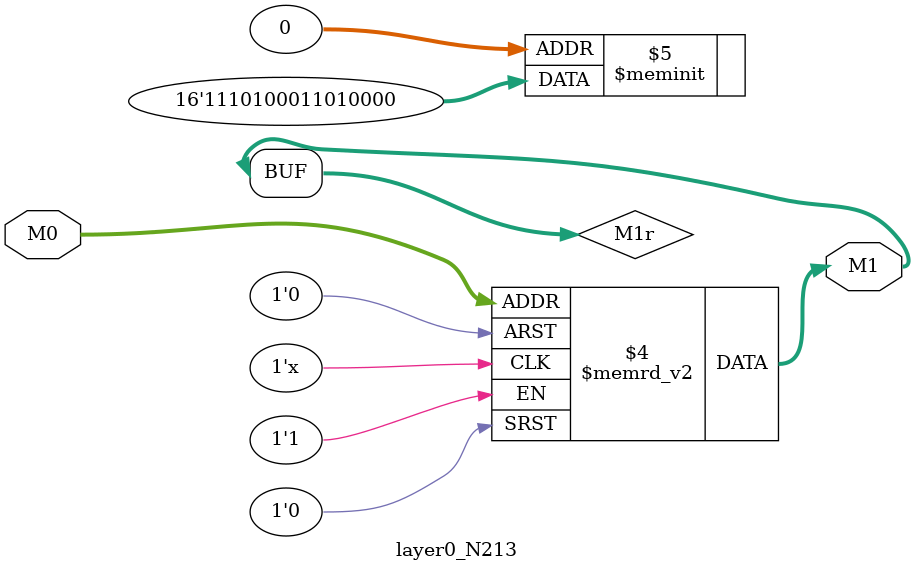
<source format=v>
module layer0_N213 ( input [2:0] M0, output [1:0] M1 );

	(*rom_style = "distributed" *) reg [1:0] M1r;
	assign M1 = M1r;
	always @ (M0) begin
		case (M0)
			3'b000: M1r = 2'b00;
			3'b100: M1r = 2'b00;
			3'b010: M1r = 2'b01;
			3'b110: M1r = 2'b10;
			3'b001: M1r = 2'b00;
			3'b101: M1r = 2'b10;
			3'b011: M1r = 2'b11;
			3'b111: M1r = 2'b11;

		endcase
	end
endmodule

</source>
